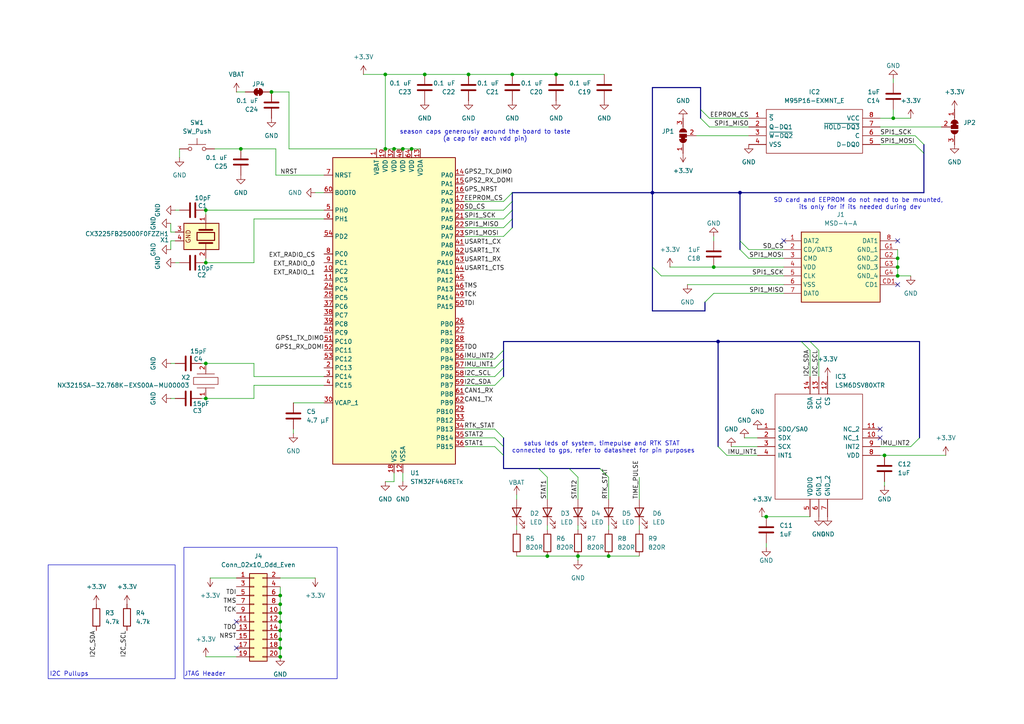
<source format=kicad_sch>
(kicad_sch (version 20250114) (generator "eeschema") (generator_version "9.0")
  (paper "A4")
  (title_block (title "MPU + Onboard Sensors") (rev "1.0") (company "Sheet - Alex. L") (comment 1 "GPS Team 25-26 Annabel Owen, Arthur Braga, Lewis Grout, Alex Loshkarjov"))
  (rectangle (start 53.34 158.75) (end 97.79 196.85))
  (rectangle (start 13.97 163.83) (end 50.8 196.85))
  (text "SD card and EEPROM do not need to be mounted, \nits only for if its needed during dev" (at 249.428 59.182 0) (effects (font (size 1.27 1.27))))
  (text "satus leds of system, timepulse and RTK STAT \nconnected to gps, refer to datasheet for pin purposes" (at 175.006 129.794 0) (effects (font (size 1.27 1.27))))
  (text "season caps generously around the board to taste\n(a cap for each vdd pin)\n" (at 140.716 39.37 0) (effects (font (size 1.27 1.27))))
  (text "JTAG Header\n\n\n" (at 59.436 197.612 0) (effects (font (size 1.27 1.27))))
  (text "I2C Pullups\n" (at 20.066 195.58 0) (effects (font (size 1.27 1.27))))
  (junction (at 78.74 26.67))
  (junction (at 208.28 99.06))
  (junction (at 260.35 74.93))
  (junction (at 167.64 161.29))
  (junction (at 81.28 182.88))
  (junction (at 81.28 177.8))
  (junction (at 59.69 76.2))
  (junction (at 176.53 161.29))
  (junction (at 111.76 21.59))
  (junction (at 158.75 161.29))
  (junction (at 114.3 43.18))
  (junction (at 207.01 77.47))
  (junction (at 260.35 77.47))
  (junction (at 119.38 43.18))
  (junction (at 81.28 180.34))
  (junction (at 111.76 43.18))
  (junction (at 81.28 187.96))
  (junction (at 59.69 60.96))
  (junction (at 259.08 34.29))
  (junction (at 59.69 115.57))
  (junction (at 148.59 21.59))
  (junction (at 116.84 43.18))
  (junction (at 214.63 55.88))
  (junction (at 260.35 80.01))
  (junction (at 59.69 105.41))
  (junction (at 135.89 21.59))
  (junction (at 123.19 21.59))
  (junction (at 222.25 149.86))
  (junction (at 81.28 190.5))
  (junction (at 189.23 55.88))
  (junction (at 256.54 132.08))
  (junction (at 81.28 175.26))
  (junction (at 81.28 172.72))
  (junction (at 69.85 43.18))
  (junction (at 81.28 185.42))
  (junction (at 161.29 21.59))
  (no_connect (at 255.27 124.46))
  (no_connect (at 260.35 82.55))
  (no_connect (at 227.33 69.85))
  (no_connect (at 260.35 69.85))
  (no_connect (at 255.27 127))
  (no_connect (at 68.58 180.34))
  (no_connect (at 68.58 187.96))
  (bus_entry (at 234.95 101.6) (size -2.54 -2.54))
  (bus_entry (at 158.75 138.43) (size -2.54 -2.54))
  (bus_entry (at 143.51 106.68) (size 2.54 -2.54))
  (bus_entry (at 146.05 58.42) (size 2.54 -2.54))
  (bus_entry (at 143.51 109.22) (size 2.54 -2.54))
  (bus_entry (at 191.77 80.01) (size -2.54 -2.54))
  (bus_entry (at 143.51 124.46) (size 2.54 2.54))
  (bus_entry (at 143.51 127) (size 2.54 2.54))
  (bus_entry (at 173.99 135.89) (size 2.54 2.54))
  (bus_entry (at 217.17 74.93) (size -2.54 -2.54))
  (bus_entry (at 217.17 72.39) (size -2.54 -2.54))
  (bus_entry (at 146.05 66.04) (size 2.54 -2.54))
  (bus_entry (at 143.51 104.14) (size 2.54 -2.54))
  (bus_entry (at 203.2 31.75) (size 2.54 2.54))
  (bus_entry (at 203.2 34.29) (size 2.54 2.54))
  (bus_entry (at 207.01 85.09) (size -2.54 2.54))
  (bus_entry (at 265.43 41.91) (size 2.54 2.54))
  (bus_entry (at 167.64 138.43) (size -2.54 -2.54))
  (bus_entry (at 146.05 63.5) (size 2.54 -2.54))
  (bus_entry (at 146.05 60.96) (size 2.54 -2.54))
  (bus_entry (at 237.49 101.6) (size -2.54 -2.54))
  (bus_entry (at 143.51 129.54) (size 2.54 2.54))
  (bus_entry (at 264.16 129.54) (size 2.54 -2.54))
  (bus_entry (at 146.05 68.58) (size 2.54 -2.54))
  (bus_entry (at 210.82 132.08) (size -2.54 -2.54))
  (bus_entry (at 143.51 111.76) (size 2.54 -2.54))
  (bus_entry (at 265.43 39.37) (size 2.54 2.54))
  (bus (pts (xy 189.23 25.4) (xy 189.23 55.88)))
  (wire (pts (xy 78.74 26.67) (xy 83.82 26.67)))
  (wire (pts (xy 256.54 140.97) (xy 256.54 139.7)))
  (bus (pts (xy 234.95 99.06) (xy 232.41 99.06)))
  (wire (pts (xy 73.66 111.76) (xy 73.66 115.57)))
  (wire (pts (xy 134.62 127) (xy 143.51 127)))
  (wire (pts (xy 222.25 158.75) (xy 222.25 157.48)))
  (wire (pts (xy 176.53 153.67) (xy 176.53 152.4)))
  (bus (pts (xy 165.1 135.89) (xy 173.99 135.89)))
  (wire (pts (xy 81.28 180.34) (xy 81.28 182.88)))
  (wire (pts (xy 149.86 161.29) (xy 158.75 161.29)))
  (wire (pts (xy 93.98 109.22) (xy 73.66 109.22)))
  (wire (pts (xy 260.35 72.39) (xy 260.35 74.93)))
  (wire (pts (xy 167.64 162.56) (xy 167.64 161.29)))
  (wire (pts (xy 59.69 190.5) (xy 68.58 190.5)))
  (bus (pts (xy 146.05 132.08) (xy 146.05 135.89)))
  (bus (pts (xy 203.2 34.29) (xy 203.2 31.75)))
  (wire (pts (xy 81.28 187.96) (xy 81.28 190.5)))
  (wire (pts (xy 83.82 26.67) (xy 83.82 43.18)))
  (wire (pts (xy 114.3 43.18) (xy 116.84 43.18)))
  (wire (pts (xy 93.98 63.5) (xy 73.66 63.5)))
  (bus (pts (xy 267.97 41.91) (xy 267.97 44.45)))
  (wire (pts (xy 134.62 109.22) (xy 143.51 109.22)))
  (wire (pts (xy 49.53 67.31) (xy 49.53 64.77)))
  (wire (pts (xy 207.01 68.58) (xy 207.01 69.85)))
  (wire (pts (xy 217.17 72.39) (xy 227.33 72.39)))
  (wire (pts (xy 116.84 139.7) (xy 116.84 137.16)))
  (bus (pts (xy 148.59 55.88) (xy 189.23 55.88)))
  (wire (pts (xy 50.8 60.96) (xy 52.07 60.96)))
  (bus (pts (xy 146.05 129.54) (xy 146.05 132.08)))
  (wire (pts (xy 259.08 31.75) (xy 259.08 34.29)))
  (wire (pts (xy 234.95 101.6) (xy 234.95 109.22)))
  (wire (pts (xy 259.08 34.29) (xy 255.27 34.29)))
  (bus (pts (xy 148.59 66.04) (xy 148.59 63.5)))
  (wire (pts (xy 222.25 149.86) (xy 234.95 149.86)))
  (wire (pts (xy 81.28 175.26) (xy 81.28 177.8)))
  (wire (pts (xy 201.93 39.37) (xy 217.17 39.37)))
  (wire (pts (xy 91.44 55.88) (xy 93.98 55.88)))
  (bus (pts (xy 214.63 69.85) (xy 214.63 72.39)))
  (wire (pts (xy 134.62 66.04) (xy 146.05 66.04)))
  (wire (pts (xy 237.49 101.6) (xy 237.49 109.22)))
  (wire (pts (xy 80.01 43.18) (xy 80.01 50.8)))
  (wire (pts (xy 111.76 21.59) (xy 123.19 21.59)))
  (wire (pts (xy 73.66 115.57) (xy 59.69 115.57)))
  (bus (pts (xy 266.7 99.06) (xy 234.95 99.06)))
  (bus (pts (xy 189.23 55.88) (xy 214.63 55.88)))
  (wire (pts (xy 58.42 115.57) (xy 59.69 115.57)))
  (bus (pts (xy 146.05 99.06) (xy 146.05 101.6)))
  (wire (pts (xy 185.42 153.67) (xy 185.42 152.4)))
  (wire (pts (xy 62.23 43.18) (xy 69.85 43.18)))
  (wire (pts (xy 134.62 68.58) (xy 146.05 68.58)))
  (wire (pts (xy 68.58 26.67) (xy 71.12 26.67)))
  (wire (pts (xy 134.62 111.76) (xy 143.51 111.76)))
  (wire (pts (xy 83.82 43.18) (xy 109.22 43.18)))
  (wire (pts (xy 255.27 36.83) (xy 273.05 36.83)))
  (wire (pts (xy 81.28 170.18) (xy 81.28 172.72)))
  (bus (pts (xy 148.59 60.96) (xy 148.59 58.42)))
  (wire (pts (xy 194.31 77.47) (xy 207.01 77.47)))
  (bus (pts (xy 148.59 63.5) (xy 148.59 60.96)))
  (wire (pts (xy 135.89 21.59) (xy 148.59 21.59)))
  (wire (pts (xy 260.35 80.01) (xy 264.16 80.01)))
  (wire (pts (xy 114.3 139.7) (xy 114.3 137.16)))
  (bus (pts (xy 267.97 44.45) (xy 267.97 55.88)))
  (wire (pts (xy 59.69 74.93) (xy 59.69 76.2)))
  (wire (pts (xy 49.53 67.31) (xy 50.8 67.31)))
  (bus (pts (xy 214.63 55.88) (xy 214.63 69.85)))
  (wire (pts (xy 207.01 85.09) (xy 227.33 85.09)))
  (wire (pts (xy 111.76 139.7) (xy 114.3 139.7)))
  (wire (pts (xy 59.69 60.96) (xy 93.98 60.96)))
  (wire (pts (xy 260.35 77.47) (xy 260.35 80.01)))
  (wire (pts (xy 73.66 105.41) (xy 59.69 105.41)))
  (wire (pts (xy 205.74 36.83) (xy 217.17 36.83)))
  (wire (pts (xy 81.28 167.64) (xy 91.44 167.64)))
  (wire (pts (xy 256.54 132.08) (xy 255.27 132.08)))
  (wire (pts (xy 49.53 105.41) (xy 50.8 105.41)))
  (wire (pts (xy 73.66 76.2) (xy 59.69 76.2)))
  (wire (pts (xy 134.62 124.46) (xy 143.51 124.46)))
  (wire (pts (xy 210.82 132.08) (xy 219.71 132.08)))
  (wire (pts (xy 60.96 167.64) (xy 68.58 167.64)))
  (bus (pts (xy 156.21 135.89) (xy 146.05 135.89)))
  (wire (pts (xy 264.16 34.29) (xy 259.08 34.29)))
  (wire (pts (xy 255.27 39.37) (xy 265.43 39.37)))
  (wire (pts (xy 81.28 177.8) (xy 81.28 180.34)))
  (wire (pts (xy 81.28 185.42) (xy 81.28 187.96)))
  (wire (pts (xy 80.01 50.8) (xy 93.98 50.8)))
  (wire (pts (xy 116.84 43.18) (xy 119.38 43.18)))
  (wire (pts (xy 191.77 80.01) (xy 227.33 80.01)))
  (wire (pts (xy 167.64 138.43) (xy 167.64 144.78)))
  (wire (pts (xy 158.75 138.43) (xy 158.75 144.78)))
  (wire (pts (xy 205.74 34.29) (xy 217.17 34.29)))
  (bus (pts (xy 208.28 99.06) (xy 146.05 99.06)))
  (bus (pts (xy 148.59 58.42) (xy 148.59 55.88)))
  (wire (pts (xy 176.53 161.29) (xy 185.42 161.29)))
  (wire (pts (xy 207.01 77.47) (xy 227.33 77.47)))
  (bus (pts (xy 165.1 135.89) (xy 156.21 135.89)))
  (wire (pts (xy 85.09 124.46) (xy 85.09 125.73)))
  (wire (pts (xy 134.62 58.42) (xy 146.05 58.42)))
  (bus (pts (xy 189.23 77.47) (xy 189.23 90.17)))
  (wire (pts (xy 134.62 60.96) (xy 146.05 60.96)))
  (wire (pts (xy 212.09 129.54) (xy 219.71 129.54)))
  (bus (pts (xy 266.7 99.06) (xy 266.7 127)))
  (wire (pts (xy 85.09 116.84) (xy 93.98 116.84)))
  (bus (pts (xy 189.23 55.88) (xy 189.23 77.47)))
  (bus (pts (xy 232.41 99.06) (xy 208.28 99.06)))
  (wire (pts (xy 158.75 161.29) (xy 167.64 161.29)))
  (wire (pts (xy 50.8 76.2) (xy 52.07 76.2)))
  (wire (pts (xy 149.86 153.67) (xy 149.86 152.4)))
  (wire (pts (xy 73.66 63.5) (xy 73.66 76.2)))
  (wire (pts (xy 158.75 153.67) (xy 158.75 152.4)))
  (wire (pts (xy 215.9 127) (xy 219.71 127)))
  (bus (pts (xy 214.63 55.88) (xy 267.97 55.88)))
  (wire (pts (xy 134.62 104.14) (xy 143.51 104.14)))
  (wire (pts (xy 255.27 129.54) (xy 264.16 129.54)))
  (wire (pts (xy 149.86 143.51) (xy 149.86 144.78)))
  (wire (pts (xy 167.64 161.29) (xy 176.53 161.29)))
  (wire (pts (xy 105.41 21.59) (xy 111.76 21.59)))
  (wire (pts (xy 119.38 43.18) (xy 121.92 43.18)))
  (wire (pts (xy 49.53 72.39) (xy 49.53 69.85)))
  (bus (pts (xy 146.05 106.68) (xy 146.05 109.22)))
  (wire (pts (xy 167.64 153.67) (xy 167.64 152.4)))
  (bus (pts (xy 204.47 87.63) (xy 204.47 90.17)))
  (bus (pts (xy 146.05 104.14) (xy 146.05 106.68)))
  (wire (pts (xy 134.62 129.54) (xy 143.51 129.54)))
  (wire (pts (xy 134.62 63.5) (xy 146.05 63.5)))
  (wire (pts (xy 123.19 21.59) (xy 135.89 21.59)))
  (wire (pts (xy 185.42 138.43) (xy 185.42 144.78)))
  (bus (pts (xy 189.23 90.17) (xy 204.47 90.17)))
  (wire (pts (xy 148.59 21.59) (xy 161.29 21.59)))
  (wire (pts (xy 58.42 105.41) (xy 59.69 105.41)))
  (wire (pts (xy 259.08 22.86) (xy 259.08 24.13)))
  (wire (pts (xy 49.53 115.57) (xy 50.8 115.57)))
  (wire (pts (xy 49.53 69.85) (xy 50.8 69.85)))
  (wire (pts (xy 73.66 109.22) (xy 73.66 105.41)))
  (bus (pts (xy 146.05 127) (xy 146.05 129.54)))
  (wire (pts (xy 93.98 111.76) (xy 73.66 111.76)))
  (wire (pts (xy 111.76 21.59) (xy 111.76 43.18)))
  (bus (pts (xy 146.05 101.6) (xy 146.05 104.14)))
  (wire (pts (xy 161.29 21.59) (xy 175.26 21.59)))
  (wire (pts (xy 176.53 138.43) (xy 176.53 144.78)))
  (wire (pts (xy 274.32 132.08) (xy 256.54 132.08)))
  (bus (pts (xy 203.2 25.4) (xy 189.23 25.4)))
  (wire (pts (xy 199.39 82.55) (xy 227.33 82.55)))
  (wire (pts (xy 81.28 172.72) (xy 81.28 175.26)))
  (wire (pts (xy 255.27 41.91) (xy 265.43 41.91)))
  (wire (pts (xy 260.35 74.93) (xy 260.35 77.47)))
  (wire (pts (xy 52.07 45.72) (xy 52.07 43.18)))
  (bus (pts (xy 203.2 31.75) (xy 203.2 25.4)))
  (wire (pts (xy 134.62 106.68) (xy 143.51 106.68)))
  (wire (pts (xy 217.17 74.93) (xy 227.33 74.93)))
  (wire (pts (xy 220.98 149.86) (xy 222.25 149.86)))
  (wire (pts (xy 69.85 43.18) (xy 80.01 43.18)))
  (bus (pts (xy 208.28 99.06) (xy 208.28 129.54)))
  (wire (pts (xy 59.69 60.96) (xy 59.69 62.23)))
  (wire (pts (xy 81.28 182.88) (xy 81.28 185.42)))
  (wire (pts (xy 111.76 43.18) (xy 114.3 43.18)))
  (label "NRST" (at 68.58 185.42 180))
  (label "STAT2" (at 134.62 127 0))
  (label "EEPROM_CS" (at 217.17 34.29 180))
  (label "SPI1_MOSI" (at 134.62 68.58 0))
  (label "TMS" (at 68.58 175.26 180))
  (label "USART1_TX" (at 134.62 73.66 0))
  (label "RTK_STAT" (at 134.62 124.46 0))
  (label "SPI1_MISO" (at 134.62 66.04 0))
  (label "I2C_SDA" (at 134.62 111.76 0))
  (label "GPS1_TX_DIMO" (at 93.98 99.06 180))
  (label "USART1_CTS" (at 134.62 78.74 0))
  (label "NRST" (at 81.28 50.8 0))
  (label "TCK" (at 134.62 86.36 0))
  (label "SPI1_MISO" (at 217.17 36.83 180))
  (label "IMU_INT1" (at 219.71 132.08 180))
  (label "EXT_RADIO_1" (at 91.44 80.01 180))
  (label "SPI1_MISO" (at 227.33 85.09 180))
  (label "I2C_SCL" (at 237.49 109.22 90))
  (label "USART1_CX" (at 134.62 71.12 0))
  (label "TCK" (at 68.58 177.8 180))
  (label "USART1_RX" (at 134.62 76.2 0))
  (label "SPI1_MOSI" (at 227.33 74.93 180))
  (label "GPS2_TX_DIMO" (at 134.62 50.8 0))
  (label "SPI1_SCK" (at 134.62 63.5 0))
  (label "EEPROM_CS" (at 134.62 58.42 0))
  (label "IMU_INT2" (at 134.62 104.14 0))
  (label "I2C_SCL" (at 36.83 182.88 270))
  (label "CAN1_TX" (at 134.62 116.84 0))
  (label "STAT1" (at 158.75 144.78 90))
  (label "I2C_SDA" (at 234.95 109.22 90))
  (label "TDO" (at 134.62 101.6 0))
  (label "SPI1_MOSI" (at 255.27 41.91 0))
  (label "GPS1_RX_DOMI" (at 93.98 101.6 180))
  (label "TDI" (at 134.62 88.9 0))
  (label "I2C_SDA" (at 27.94 182.88 270))
  (label "STAT1" (at 134.62 129.54 0))
  (label "TMS" (at 134.62 83.82 0))
  (label "STAT2" (at 167.64 144.78 90))
  (label "I2C_SCL" (at 134.62 109.22 0))
  (label "TDI" (at 68.58 172.72 180))
  (label "RTK_STAT" (at 176.53 144.78 90))
  (label "EXT_RADIO_CS" (at 91.44 74.93 180))
  (label "IMU_INT2" (at 255.27 129.54 0))
  (label "TIME_PULSE" (at 185.42 144.78 90))
  (label "SD_CS" (at 227.33 72.39 180))
  (label "SPI1_SCK" (at 255.27 39.37 0))
  (label "TDO" (at 68.58 182.88 180))
  (label "GPS2_RX_DOMI" (at 134.62 53.34 0))
  (label "GPS_NRST" (at 134.62 55.88 0))
  (label "EXT_RADIO_0" (at 91.44 77.47 180))
  (label "IMU_INT1" (at 134.62 106.68 0))
  (label "SD_CS" (at 134.62 60.96 0))
  (label "SPI1_SCK" (at 227.33 80.01 180))
  (label "CAN1_RX" (at 134.62 114.3 0))
  (symbol (lib_id "PCM_Capacitor_US_AKL:C_Generic") (at 54.61 115.57 270) (unit 1)
    (property "Reference" "C3" (at 55.88 119.126 90) (effects (justify left)))
    (property "Value" "15pF" (at 55.88 117.094 90) (effects (justify left)))
    (property "Footprint" "Capacitor_SMD:C_0805_2012Metric" (effects (hide yes)))
    (property "Description" "Unpolarized capacitor, Generic Symbol, Alternate KiCad Library" (effects (hide yes)))
  )
  (symbol (lib_id "power:+3.3V") (at 194.31 77.47 0) (unit 1)
    (property "Reference" "#PWR053" (effects (hide yes)))
    (property "Value" "+3.3V" (at 194.31 72.39 0))
    (property "Description" "Power symbol creates a global label with name \"+3.3V\"" (effects (hide yes)))
  )
  (symbol (lib_id "power:GND") (at 264.16 80.01 0) (unit 1)
    (property "Reference" "#PWR051" (effects (hide yes)))
    (property "Value" "GND" (at 264.16 85.09 0))
    (property "Description" "Power symbol creates a global label with name \"GND\" , ground" (effects (hide yes)))
  )
  (symbol (lib_id "Device:R") (at 27.94 179.07 180) (unit 1)
    (property "Reference" "R3" (at 30.48 177.7999 0) (effects (justify right)))
    (property "Value" "4.7k" (at 30.48 180.3399 0) (effects (justify right)))
    (property "Footprint" "PCM_Resistor_SMD_AKL:R_0805_2012Metric" (effects (hide yes)))
    (property "Description" "Resistor" (effects (hide yes)))
  )
  (symbol (lib_id "power:GND") (at 81.28 190.5 0) (unit 1)
    (property "Reference" "#PWR079" (effects (hide yes)))
    (property "Value" "GND" (at 81.28 195.58 0))
    (property "Description" "Power symbol creates a global label with name \"GND\" , ground" (effects (hide yes)))
  )
  (symbol (lib_id "Device:LED") (at 158.75 148.59 90) (unit 1)
    (property "Reference" "D3" (at 162.56 148.9074 90) (effects (justify right)))
    (property "Value" "LED" (at 162.56 151.4474 90) (effects (justify right)))
    (property "Footprint" "LED_SMD:LED_0201_0603Metric" (effects (hide yes)))
    (property "Description" "Light emitting diode" (effects (hide yes)))
    (property "Sim.Pins" "1=K 2=A" (effects (hide yes)))
  )
  (symbol (lib_id "power:GND") (at 161.29 29.21 0) (unit 1)
    (property "Reference" "#PWR058" (effects (hide yes)))
    (property "Value" "GND" (at 161.29 34.29 0))
    (property "Description" "Power symbol creates a global label with name \"GND\" , ground" (effects (hide yes)))
  )
  (symbol (lib_id "power:GND") (at 91.44 55.88 270) (unit 1)
    (property "Reference" "#PWR066" (effects (hide yes)))
    (property "Value" "GND" (at 87.63 55.8799 90) (effects (justify right)))
    (property "Description" "Power symbol creates a global label with name \"GND\" , ground" (effects (hide yes)))
  )
  (symbol (lib_id "power:+3.3V") (at 276.86 31.75 0) (unit 1)
    (property "Reference" "#PWR024" (effects (hide yes)))
    (property "Value" "+3.3V" (at 276.86 26.67 0))
    (property "Description" "Power symbol creates a global label with name \"+3.3V\"" (effects (hide yes)))
  )
  (symbol (lib_id "PCM_Capacitor_US_AKL:C_Generic") (at 148.59 25.4 180) (unit 1)
    (property "Reference" "C21" (at 144.78 26.6701 0) (effects (justify left)))
    (property "Value" "0.1 uF" (at 144.78 24.1301 0) (effects (justify left)))
    (property "Footprint" "Capacitor_SMD:C_0805_2012Metric" (effects (hide yes)))
    (property "Description" "Unpolarized capacitor, Generic Symbol, Alternate KiCad Library" (effects (hide yes)))
  )
  (symbol (lib_id "power:+3.3V") (at 59.69 190.5 0) (unit 1)
    (property "Reference" "#PWR080" (effects (hide yes)))
    (property "Value" "+3.3V" (at 59.69 185.42 0))
    (property "Description" "Power symbol creates a global label with name \"+3.3V\"" (effects (hide yes)))
  )
  (symbol (lib_id "power:GND") (at 69.85 50.8 0) (unit 1)
    (property "Reference" "#PWR072" (effects (hide yes)))
    (property "Value" "GND" (at 69.85 55.88 0))
    (property "Description" "Power symbol creates a global label with name \"GND\" , ground" (effects (hide yes)))
  )
  (symbol (lib_id "PCM_Capacitor_US_AKL:C_Generic") (at 78.74 30.48 180) (unit 1)
    (property "Reference" "C24" (at 74.93 31.7501 0) (effects (justify left)))
    (property "Value" "0.1 uF" (at 74.93 29.2101 0) (effects (justify left)))
    (property "Footprint" "Capacitor_SMD:C_0805_2012Metric" (effects (hide yes)))
    (property "Description" "Unpolarized capacitor, Generic Symbol, Alternate KiCad Library" (effects (hide yes)))
  )
  (symbol (lib_id "power:GND") (at 259.08 22.86 180) (unit 1)
    (property "Reference" "#PWR044" (effects (hide yes)))
    (property "Value" "GND" (at 259.08 19.05 0))
    (property "Description" "Power symbol creates a global label with name \"GND\" , ground" (effects (hide yes)))
  )
  (symbol (lib_id "M95P16-EXMNT_E:M95P16-EXMNT_E") (at 217.17 34.29 0) (unit 1)
    (property "Reference" "IC2" (at 236.22 26.67 0))
    (property "Value" "M95P16-EXMNT_E" (at 236.22 29.21 0))
    (property "Footprint" "Sufst_GPS:SOIC127P600X175-8N" (effects (hide yes)))
    (property "Datasheet" "https://www.st.com/resource/en/datasheet/m95p16-e.pdf" (effects (hide yes)))
    (property "Description" "Ultra low-power 16 Mbit Serial SPI Page EEPROM" (effects (hide yes)))
    (property "Description_1" "Ultra low-power 16 Mbit Serial SPI Page EEPROM" (effects (hide yes)))
    (property "Height" "1.75" (effects (hide yes)))
    (property "Mouser Part Number" "511-M95P16-EXMNT/E" (effects (hide yes)))
    (property "Mouser Price/Stock" "https://www.mouser.co.uk/ProductDetail/STMicroelectronics/M95P16-EXMNT-E?qs=olJun0bQHM8xM0FLMnUgSg%3D%3D" (effects (hide yes)))
    (property "Manufacturer_Name" "STMicroelectronics" (effects (hide yes)))
    (property "Manufacturer_Part_Number" "M95P16-EXMNT/E" (effects (hide yes)))
  )
  (symbol (lib_id "power:GND") (at 167.64 162.56 0) (unit 1)
    (property "Reference" "#PWR073" (effects (hide yes)))
    (property "Value" "GND" (at 167.64 167.64 0))
    (property "Description" "Power symbol creates a global label with name \"GND\" , ground" (effects (hide yes)))
  )
  (symbol (lib_id "power:GND") (at 135.89 29.21 0) (unit 1)
    (property "Reference" "#PWR060" (effects (hide yes)))
    (property "Value" "GND" (at 135.89 34.29 0))
    (property "Description" "Power symbol creates a global label with name \"GND\" , ground" (effects (hide yes)))
  )
  (symbol (lib_id "Device:R") (at 36.83 179.07 180) (unit 1)
    (property "Reference" "R4" (at 39.37 177.7999 0) (effects (justify right)))
    (property "Value" "4.7k" (at 39.37 180.3399 0) (effects (justify right)))
    (property "Footprint" "PCM_Resistor_SMD_AKL:R_0805_2012Metric" (effects (hide yes)))
    (property "Description" "Resistor" (effects (hide yes)))
  )
  (symbol (lib_id "power:+3.3V") (at 91.44 167.64 180) (unit 1)
    (property "Reference" "#PWR078" (effects (hide yes)))
    (property "Value" "+3.3V" (at 91.44 172.72 0))
    (property "Description" "Power symbol creates a global label with name \"+3.3V\"" (effects (hide yes)))
  )
  (symbol (lib_id "power:GND") (at 217.17 41.91 0) (unit 1)
    (property "Reference" "#PWR028" (effects (hide yes)))
    (property "Value" "GND" (at 217.17 46.99 0))
    (property "Description" "Power symbol creates a global label with name \"GND\" , ground" (effects (hide yes)))
  )
  (symbol (lib_id "PCM_Capacitor_US_AKL:C_Generic") (at 69.85 46.99 180) (unit 1)
    (property "Reference" "C25" (at 66.04 48.2601 0) (effects (justify left)))
    (property "Value" "0.1 uF" (at 66.04 45.7201 0) (effects (justify left)))
    (property "Footprint" "Capacitor_SMD:C_0805_2012Metric" (effects (hide yes)))
    (property "Description" "Unpolarized capacitor, Generic Symbol, Alternate KiCad Library" (effects (hide yes)))
  )
  (symbol (lib_id "power:GND") (at 237.49 149.86 0) (unit 1)
    (property "Reference" "#PWR033" (effects (hide yes)))
    (property "Value" "GND" (at 237.49 154.94 0))
    (property "Description" "Power symbol creates a global label with name \"GND\" , ground" (effects (hide yes)))
  )
  (symbol (lib_id "power:+3.3V") (at 264.16 34.29 0) (unit 1)
    (property "Reference" "#PWR023" (effects (hide yes)))
    (property "Value" "+3.3V" (at 264.16 29.21 0))
    (property "Description" "Power symbol creates a global label with name \"+3.3V\"" (effects (hide yes)))
  )
  (symbol (lib_id "power:GND") (at 50.8 76.2 270) (unit 1)
    (property "Reference" "#PWR05" (effects (hide yes)))
    (property "Value" "GND" (at 45.72 76.2 0))
    (property "Description" "Power symbol creates a global label with name \"GND\" , ground" (effects (hide yes)))
  )
  (symbol (lib_id "NX3215SA-32.768K-EXS00A-MU0000:NX3215SA-32.768K-EXS00A-MU00003") (at 59.69 115.57 90) (unit 1)
    (property "Reference" "X2" (at 52.578 109.474 90) (effects (justify right)))
    (property "Value" "NX3215SA-32.768K-EXS00A-MU00003" (at 16.51 111.76 90) (effects (justify right)))
    (property "Footprint" "Sufst_GPS:NX3215SA32768KEXS00AMU00003" (effects (hide yes)))
    (property "Datasheet" "https://media.digikey.com/pdf/Data%20Sheets/NDK%20PDFs/NX3215SA-32.768kHz-EXS00A-MU00003.pdf" (effects (hide yes)))
    (property "Description" "Crystals CRYSTAL 32.768KHZ 12.5PF SMD" (effects (hide yes)))
    (property "Description_1" "Crystals CRYSTAL 32.768KHZ 12.5PF SMD" (effects (hide yes)))
    (property "Height" "0.9" (effects (hide yes)))
    (property "Mouser Part Number" "344-NX3215SA32.768K3" (effects (hide yes)))
    (property "Mouser Price/Stock" "https://www.mouser.co.uk/ProductDetail/NDK/NX3215SA-32.768K-EXS00A-MU00003?qs=w%2Fv1CP2dgqrE9YNksyAN9A%3D%3D" (effects (hide yes)))
    (property "Manufacturer_Name" "NDK" (effects (hide yes)))
    (property "Manufacturer_Part_Number" "NX3215SA-32.768K-EXS00A-MU00003" (effects (hide yes)))
  )
  (symbol (lib_id "power:VAA") (at 68.58 26.67 0) (unit 1)
    (property "Reference" "#PWR069" (effects (hide yes)))
    (property "Value" "VBAT" (at 68.58 21.59 0))
    (property "Description" "Power symbol creates a global label with name \"VAA\"" (effects (hide yes)))
  )
  (symbol (lib_id "Jumper:SolderJumper_3_Bridged12") (at 198.12 39.37 90) (unit 1) (in_bom no)
    (property "Reference" "JP1" (at 195.58 38.0999 90) (effects (justify left)))
    (property "Value" "SolderJumper_3_Bridged12" (effects (hide yes)))
    (property "Footprint" "Jumper:SolderJumper-3_P1.3mm_Bridged12_RoundedPad1.0x1.5mm" (effects (hide yes)))
    (property "Description" "3-pole Solder Jumper, pins 1+2 closed/bridged" (effects (hide yes)))
  )
  (symbol (lib_id "power:GND") (at 175.26 29.21 0) (unit 1)
    (property "Reference" "#PWR057" (effects (hide yes)))
    (property "Value" "GND" (at 175.26 34.29 0))
    (property "Description" "Power symbol creates a global label with name \"GND\" , ground" (effects (hide yes)))
  )
  (symbol (lib_id "Jumper:SolderJumper_3_Bridged12") (at 276.86 36.83 270) (unit 1) (in_bom no)
    (property "Reference" "JP2" (at 279.4 35.5599 90) (effects (justify left)))
    (property "Value" "SolderJumper_3_Bridged12" (effects (hide yes)))
    (property "Footprint" "Jumper:SolderJumper-3_P1.3mm_Bridged12_RoundedPad1.0x1.5mm" (effects (hide yes)))
    (property "Description" "3-pole Solder Jumper, pins 1+2 closed/bridged" (effects (hide yes)))
  )
  (symbol (lib_id "power:+3.3V") (at 27.94 175.26 0) (unit 1)
    (property "Reference" "#PWR055" (effects (hide yes)))
    (property "Value" "+3.3V" (at 27.94 170.18 0))
    (property "Description" "Power symbol creates a global label with name \"+3.3V\"" (effects (hide yes)))
  )
  (symbol (lib_id "power:GND") (at 207.01 68.58 180) (unit 1)
    (property "Reference" "#PWR054" (effects (hide yes)))
    (property "Value" "GND" (at 207.01 64.77 0))
    (property "Description" "Power symbol creates a global label with name \"GND\" , ground" (effects (hide yes)))
  )
  (symbol (lib_id "power:+3.3V") (at 105.41 21.59 0) (unit 1)
    (property "Reference" "#PWR065" (effects (hide yes)))
    (property "Value" "+3.3V" (at 105.41 16.51 0))
    (property "Description" "Power symbol creates a global label with name \"+3.3V\"" (effects (hide yes)))
  )
  (symbol (lib_id "PCM_Capacitor_US_AKL:C_Generic") (at 222.25 153.67 0) (unit 1)
    (property "Reference" "C11" (at 226.06 152.3999 0) (effects (justify left)))
    (property "Value" "1uF" (at 226.06 154.9399 0) (effects (justify left)))
    (property "Footprint" "Capacitor_SMD:C_0805_2012Metric" (effects (hide yes)))
    (property "Description" "Unpolarized capacitor, Generic Symbol, Alternate KiCad Library" (effects (hide yes)))
  )
  (symbol (lib_id "Device:LED") (at 167.64 148.59 90) (unit 1)
    (property "Reference" "D4" (at 171.45 148.9074 90) (effects (justify right)))
    (property "Value" "LED" (at 171.45 151.4474 90) (effects (justify right)))
    (property "Footprint" "LED_SMD:LED_0201_0603Metric" (effects (hide yes)))
    (property "Description" "Light emitting diode" (effects (hide yes)))
    (property "Sim.Pins" "1=K 2=A" (effects (hide yes)))
  )
  (symbol (lib_id "MCU_ST_STM32F4:STM32F446RETx") (at 114.3 91.44 0) (unit 1)
    (property "Reference" "U1" (at 118.9833 137.16 0) (effects (justify left)))
    (property "Value" "STM32F446RETx" (at 118.9833 139.7 0) (effects (justify left)))
    (property "Footprint" "Package_QFP:LQFP-64_10x10mm_P0.5mm" (effects (hide yes)))
    (property "Datasheet" "https://www.st.com/resource/en/datasheet/stm32f446re.pdf" (effects (hide yes)))
    (property "Description" "STMicroelectronics Arm Cortex-M4 MCU, 512KB flash, 128KB RAM, 180 MHz, 1.8-3.6V, 50 GPIO, LQFP64" (effects (hide yes)))
  )
  (symbol (lib_id "Device:LED") (at 185.42 148.59 90) (unit 1)
    (property "Reference" "D6" (at 189.23 148.9074 90) (effects (justify right)))
    (property "Value" "LED" (at 189.23 151.4474 90) (effects (justify right)))
    (property "Footprint" "LED_SMD:LED_0201_0603Metric" (effects (hide yes)))
    (property "Description" "Light emitting diode" (effects (hide yes)))
    (property "Sim.Pins" "1=K 2=A" (effects (hide yes)))
  )
  (symbol (lib_id "power:+3.3V") (at 60.96 167.64 180) (unit 1)
    (property "Reference" "#PWR077" (effects (hide yes)))
    (property "Value" "+3.3V" (at 60.96 172.72 0))
    (property "Description" "Power symbol creates a global label with name \"+3.3V\"" (effects (hide yes)))
  )
  (symbol (lib_id "power:GND") (at 212.09 129.54 180) (unit 1)
    (property "Reference" "#PWR038" (effects (hide yes)))
    (property "Value" "GND" (at 212.09 124.46 0))
    (property "Description" "Power symbol creates a global label with name \"GND\" , ground" (effects (hide yes)))
  )
  (symbol (lib_id "power:+3.3V") (at 36.83 175.26 0) (unit 1)
    (property "Reference" "#PWR056" (effects (hide yes)))
    (property "Value" "+3.3V" (at 36.83 170.18 0))
    (property "Description" "Power symbol creates a global label with name \"+3.3V\"" (effects (hide yes)))
  )
  (symbol (lib_id "power:GND") (at 240.03 149.86 0) (unit 1)
    (property "Reference" "#PWR034" (effects (hide yes)))
    (property "Value" "GND" (at 240.03 154.94 0))
    (property "Description" "Power symbol creates a global label with name \"GND\" , ground" (effects (hide yes)))
  )
  (symbol (lib_id "PCM_Capacitor_US_AKL:C_Generic") (at 161.29 25.4 180) (unit 1)
    (property "Reference" "C20" (at 157.48 26.6701 0) (effects (justify left)))
    (property "Value" "0.1 uF" (at 157.48 24.1301 0) (effects (justify left)))
    (property "Footprint" "Capacitor_SMD:C_0805_2012Metric" (effects (hide yes)))
    (property "Description" "Unpolarized capacitor, Generic Symbol, Alternate KiCad Library" (effects (hide yes)))
  )
  (symbol (lib_id "power:GND") (at 123.19 29.21 0) (unit 1)
    (property "Reference" "#PWR061" (effects (hide yes)))
    (property "Value" "GND" (at 123.19 34.29 0))
    (property "Description" "Power symbol creates a global label with name \"GND\" , ground" (effects (hide yes)))
  )
  (symbol (lib_id "power:GND") (at 50.8 60.96 270) (unit 1)
    (property "Reference" "#PWR06" (effects (hide yes)))
    (property "Value" "GND" (at 45.72 60.96 0))
    (property "Description" "Power symbol creates a global label with name \"GND\" , ground" (effects (hide yes)))
  )
  (symbol (lib_id "PCM_Capacitor_US_AKL:C_Generic") (at 55.88 76.2 270) (unit 1)
    (property "Reference" "C2" (at 57.15 79.756 90) (effects (justify left)))
    (property "Value" "10pF" (at 57.15 77.724 90) (effects (justify left)))
    (property "Footprint" "Capacitor_SMD:C_0805_2012Metric" (effects (hide yes)))
    (property "Description" "Unpolarized capacitor, Generic Symbol, Alternate KiCad Library" (effects (hide yes)))
  )
  (symbol (lib_id "power:GND") (at 222.25 158.75 0) (unit 1)
    (property "Reference" "#PWR041" (effects (hide yes)))
    (property "Value" "GND" (at 222.25 162.56 0))
    (property "Description" "Power symbol creates a global label with name \"GND\" , ground" (effects (hide yes)))
  )
  (symbol (lib_id "Device:R") (at 185.42 157.48 180) (unit 1)
    (property "Reference" "R9" (at 187.96 156.2099 0) (effects (justify right)))
    (property "Value" "820R" (at 187.96 158.7499 0) (effects (justify right)))
    (property "Footprint" "PCM_Resistor_SMD_AKL:R_0805_2012Metric" (effects (hide yes)))
    (property "Description" "Resistor" (effects (hide yes)))
  )
  (symbol (lib_id "PCM_Capacitor_US_AKL:C_Generic") (at 123.19 25.4 180) (unit 1)
    (property "Reference" "C23" (at 119.38 26.6701 0) (effects (justify left)))
    (property "Value" "0.1 uF" (at 119.38 24.1301 0) (effects (justify left)))
    (property "Footprint" "Capacitor_SMD:C_0805_2012Metric" (effects (hide yes)))
    (property "Description" "Unpolarized capacitor, Generic Symbol, Alternate KiCad Library" (effects (hide yes)))
  )
  (symbol (lib_id "PCM_Capacitor_US_AKL:C_Generic") (at 135.89 25.4 180) (unit 1)
    (property "Reference" "C22" (at 132.08 26.6701 0) (effects (justify left)))
    (property "Value" "0.1 uF" (at 132.08 24.1301 0) (effects (justify left)))
    (property "Footprint" "Capacitor_SMD:C_0805_2012Metric" (effects (hide yes)))
    (property "Description" "Unpolarized capacitor, Generic Symbol, Alternate KiCad Library" (effects (hide yes)))
  )
  (symbol (lib_id "power:GND") (at 85.09 125.73 0) (unit 1)
    (property "Reference" "#PWR09" (effects (hide yes)))
    (property "Value" "GND" (at 85.09 130.81 0))
    (property "Description" "Power symbol creates a global label with name \"GND\" , ground" (effects (hide yes)))
  )
  (symbol (lib_id "power:GND") (at 215.9 127 180) (unit 1)
    (property "Reference" "#PWR037" (effects (hide yes)))
    (property "Value" "GND" (at 215.9 121.92 0))
    (property "Description" "Power symbol creates a global label with name \"GND\" , ground" (effects (hide yes)))
  )
  (symbol (lib_id "power:GND") (at 256.54 140.97 0) (unit 1)
    (property "Reference" "#PWR042" (effects (hide yes)))
    (property "Value" "GND" (at 256.54 144.78 0))
    (property "Description" "Power symbol creates a global label with name \"GND\" , ground" (effects (hide yes)))
  )
  (symbol (lib_id "MSD-4-A:MSD-4-A") (at 227.33 69.85 0) (unit 1)
    (property "Reference" "J1" (at 243.84 62.23 0))
    (property "Value" "MSD-4-A" (at 243.84 64.77 0))
    (property "Footprint" "Sufst_GPS:MSD4A" (effects (hide yes)))
    (property "Datasheet" "https://www.sameskydevices.com/product/resource/msd-4-a.pdf" (effects (hide yes)))
    (property "Description" "Micro SD Card Connector, 9 Positions, Connector and Ejector, Push In, Auto Eject Out, Surface Mount, 1.8 mm Height Above Board, Gold Flash" (effects (hide yes)))
    (property "Height" "2" (effects (hide yes)))
    (property "Mouser Part Number" "179-MSD-4-A" (effects (hide yes)))
    (property "Mouser Price/Stock" "https://www.mouser.co.uk/ProductDetail/Same-Sky/MSD-4-A?qs=Z%252BL2brAPG1Jll%252BQTi%252Btupg%3D%3D" (effects (hide yes)))
    (property "Manufacturer_Name" "Same Sky" (effects (hide yes)))
    (property "Manufacturer_Part_Number" "MSD-4-A" (effects (hide yes)))
  )
  (symbol (lib_id "power:GND") (at 148.59 29.21 0) (unit 1)
    (property "Reference" "#PWR059" (effects (hide yes)))
    (property "Value" "GND" (at 148.59 34.29 0))
    (property "Description" "Power symbol creates a global label with name \"GND\" , ground" (effects (hide yes)))
  )
  (symbol (lib_id "Device:LED") (at 149.86 148.59 90) (unit 1)
    (property "Reference" "D2" (at 153.67 148.9074 90) (effects (justify right)))
    (property "Value" "LED" (at 153.67 151.4474 90) (effects (justify right)))
    (property "Footprint" "LED_SMD:LED_0201_0603Metric" (effects (hide yes)))
    (property "Description" "Light emitting diode" (effects (hide yes)))
    (property "Sim.Pins" "1=K 2=A" (effects (hide yes)))
  )
  (symbol (lib_id "PCM_Capacitor_US_AKL:C_Generic") (at 256.54 135.89 0) (unit 1)
    (property "Reference" "C12" (at 260.35 134.6199 0) (effects (justify left)))
    (property "Value" "1uF" (at 260.35 137.1599 0) (effects (justify left)))
    (property "Footprint" "Capacitor_SMD:C_0805_2012Metric" (effects (hide yes)))
    (property "Description" "Unpolarized capacitor, Generic Symbol, Alternate KiCad Library" (effects (hide yes)))
  )
  (symbol (lib_id "power:+3.3V") (at 240.03 109.22 0) (unit 1)
    (property "Reference" "#PWR039" (effects (hide yes)))
    (property "Value" "+3.3V" (at 240.03 104.14 0))
    (property "Description" "Power symbol creates a global label with name \"+3.3V\"" (effects (hide yes)))
  )
  (symbol (lib_id "power:GND") (at 52.07 45.72 0) (unit 1)
    (property "Reference" "#PWR071" (effects (hide yes)))
    (property "Value" "GND" (at 52.07 50.8 0))
    (property "Description" "Power symbol creates a global label with name \"GND\" , ground" (effects (hide yes)))
  )
  (symbol (lib_id "Device:R") (at 149.86 157.48 180) (unit 1)
    (property "Reference" "R5" (at 152.4 156.2099 0) (effects (justify right)))
    (property "Value" "820R" (at 152.4 158.7499 0) (effects (justify right)))
    (property "Footprint" "PCM_Resistor_SMD_AKL:R_0805_2012Metric" (effects (hide yes)))
    (property "Description" "Resistor" (effects (hide yes)))
  )
  (symbol (lib_id "Device:R") (at 167.64 157.48 180) (unit 1)
    (property "Reference" "R7" (at 170.18 156.2099 0) (effects (justify right)))
    (property "Value" "820R" (at 170.18 158.7499 0) (effects (justify right)))
    (property "Footprint" "PCM_Resistor_SMD_AKL:R_0805_2012Metric" (effects (hide yes)))
    (property "Description" "Resistor" (effects (hide yes)))
  )
  (symbol (lib_id "PCM_Capacitor_US_AKL:C_Generic") (at 55.88 60.96 270) (unit 1)
    (property "Reference" "C1" (at 57.404 59.69 90) (effects (justify left)))
    (property "Value" "10pF" (at 56.388 57.404 90) (effects (justify left)))
    (property "Footprint" "Capacitor_SMD:C_0805_2012Metric" (effects (hide yes)))
    (property "Description" "Unpolarized capacitor, Generic Symbol, Alternate KiCad Library" (effects (hide yes)))
  )
  (symbol (lib_id "PCM_Capacitor_US_AKL:C_Generic") (at 207.01 73.66 180) (unit 1)
    (property "Reference" "C18" (at 203.2 74.9301 0) (effects (justify left)))
    (property "Value" "1uF" (at 203.2 72.3901 0) (effects (justify left)))
    (property "Footprint" "Capacitor_SMD:C_0805_2012Metric" (effects (hide yes)))
    (property "Description" "Unpolarized capacitor, Generic Symbol, Alternate KiCad Library" (effects (hide yes)))
  )
  (symbol (lib_id "power:GND") (at 49.53 72.39 270) (unit 1)
    (property "Reference" "#PWR02" (effects (hide yes)))
    (property "Value" "GND" (at 44.45 72.39 0))
    (property "Description" "Power symbol creates a global label with name \"GND\" , ground" (effects (hide yes)))
  )
  (symbol (lib_id "power:+3.3V") (at 198.12 44.45 180) (unit 1)
    (property "Reference" "#PWR025" (effects (hide yes)))
    (property "Value" "+3.3V" (at 198.12 49.53 0))
    (property "Description" "Power symbol creates a global label with name \"+3.3V\"" (effects (hide yes)))
  )
  (symbol (lib_id "power:VAA") (at 149.86 143.51 0) (unit 1)
    (property "Reference" "#PWR074" (effects (hide yes)))
    (property "Value" "VBAT" (at 149.86 139.954 0))
    (property "Description" "Power symbol creates a global label with name \"VAA\"" (effects (hide yes)))
  )
  (symbol (lib_id "power:GND") (at 219.71 124.46 180) (unit 1)
    (property "Reference" "#PWR040" (effects (hide yes)))
    (property "Value" "GND" (at 219.71 119.38 0))
    (property "Description" "Power symbol creates a global label with name \"GND\" , ground" (effects (hide yes)))
  )
  (symbol (lib_id "Switch:SW_Push") (at 57.15 43.18 0) (unit 1)
    (property "Reference" "SW1" (at 57.15 35.56 0))
    (property "Value" "SW_Push" (at 57.15 38.1 0))
    (property "Footprint" "Button_Switch_SMD:SW_MEC_5GSH9" (effects (hide yes)))
    (property "Description" "Push button switch, generic, two pins" (effects (hide yes)))
  )
  (symbol (lib_id "Device:LED") (at 176.53 148.59 90) (unit 1)
    (property "Reference" "D5" (at 180.34 148.9074 90) (effects (justify right)))
    (property "Value" "LED" (at 180.34 151.4474 90) (effects (justify right)))
    (property "Footprint" "LED_SMD:LED_0201_0603Metric" (effects (hide yes)))
    (property "Description" "Light emitting diode" (effects (hide yes)))
    (property "Sim.Pins" "1=K 2=A" (effects (hide yes)))
  )
  (symbol (lib_id "Jumper:SolderJumper_2_Bridged") (at 74.93 26.67 0) (unit 1) (in_bom no)
    (property "Reference" "JP4" (at 74.93 24.384 0))
    (property "Value" "SolderJumper_2_Bridged" (effects (hide yes)))
    (property "Footprint" "Jumper:SolderJumper-2_P1.3mm_Bridged_RoundedPad1.0x1.5mm" (effects (hide yes)))
    (property "Description" "Solder Jumper, 2-pole, closed/bridged" (effects (hide yes)))
  )
  (symbol (lib_id "power:GND") (at 199.39 82.55 0) (unit 1)
    (property "Reference" "#PWR052" (effects (hide yes)))
    (property "Value" "GND" (at 199.39 87.63 0))
    (property "Description" "Power symbol creates a global label with name \"GND\" , ground" (effects (hide yes)))
  )
  (symbol (lib_id "power:GND") (at 111.76 139.7 0) (unit 1)
    (property "Reference" "#PWR03" (effects (hide yes)))
    (property "Value" "GND" (at 111.76 144.78 0))
    (property "Description" "Power symbol creates a global label with name \"GND\" , ground" (effects (hide yes)))
  )
  (symbol (lib_id "power:GND") (at 116.84 139.7 0) (unit 1)
    (property "Reference" "#PWR04" (effects (hide yes)))
    (property "Value" "GND" (at 116.84 144.78 0))
    (property "Description" "Power symbol creates a global label with name \"GND\" , ground" (effects (hide yes)))
  )
  (symbol (lib_id "power:GND") (at 49.53 115.57 270) (unit 1)
    (property "Reference" "#PWR08" (effects (hide yes)))
    (property "Value" "GND" (at 44.45 115.57 0))
    (property "Description" "Power symbol creates a global label with name \"GND\" , ground" (effects (hide yes)))
  )
  (symbol (lib_id "Device:R") (at 158.75 157.48 180) (unit 1)
    (property "Reference" "R6" (at 161.29 156.2099 0) (effects (justify right)))
    (property "Value" "820R" (at 161.29 158.7499 0) (effects (justify right)))
    (property "Footprint" "PCM_Resistor_SMD_AKL:R_0805_2012Metric" (effects (hide yes)))
    (property "Description" "Resistor" (effects (hide yes)))
  )
  (symbol (lib_id "PCM_Capacitor_US_AKL:C_Generic") (at 175.26 25.4 180) (unit 1)
    (property "Reference" "C19" (at 171.45 26.6701 0) (effects (justify left)))
    (property "Value" "0.1 uF" (at 171.45 24.1301 0) (effects (justify left)))
    (property "Footprint" "Capacitor_SMD:C_0805_2012Metric" (effects (hide yes)))
    (property "Description" "Unpolarized capacitor, Generic Symbol, Alternate KiCad Library" (effects (hide yes)))
  )
  (symbol (lib_id "PCM_Crystal_AKL:Crystal_Generic_GND23") (at 59.69 68.58 270) (unit 1)
    (property "Reference" "X1" (at 47.752 69.596 90))
    (property "Value" "CX3225FB25000F0FZZH1" (at 36.83 67.818 90))
    (property "Footprint" "Sufst_GPS:CX3225FB25000F0FZZH1" (effects (hide yes)))
    (property "Datasheet" "https://ele.kyocera.com/assets/products/crystal-device/specification/CX3225FB_10pF.pdf" (effects (hide yes)))
    (property "Description" "Quartz crystal, Shielded, Generic symbol, Alternate KiCad Library" (effects (hide yes)))
  )
  (symbol (lib_id "power:GND") (at 49.53 64.77 270) (unit 1)
    (property "Reference" "#PWR01" (effects (hide yes)))
    (property "Value" "GND" (at 44.45 64.77 0))
    (property "Description" "Power symbol creates a global label with name \"GND\" , ground" (effects (hide yes)))
  )
  (symbol (lib_id "power:GND") (at 276.86 41.91 0) (unit 1)
    (property "Reference" "#PWR026" (effects (hide yes)))
    (property "Value" "GND" (at 276.86 46.99 0))
    (property "Description" "Power symbol creates a global label with name \"GND\" , ground" (effects (hide yes)))
  )
  (symbol (lib_id "power:+3.3V") (at 220.98 149.86 0) (unit 1)
    (property "Reference" "#PWR035" (effects (hide yes)))
    (property "Value" "+3.3V" (at 220.98 144.78 0))
    (property "Description" "Power symbol creates a global label with name \"+3.3V\"" (effects (hide yes)))
  )
  (symbol (lib_id "PCM_Capacitor_US_AKL:C_Generic") (at 54.61 105.41 270) (unit 1)
    (property "Reference" "C4" (at 56.134 104.14 90) (effects (justify left)))
    (property "Value" "15pF" (at 55.118 101.854 90) (effects (justify left)))
    (property "Footprint" "Capacitor_SMD:C_0805_2012Metric" (effects (hide yes)))
    (property "Description" "Unpolarized capacitor, Generic Symbol, Alternate KiCad Library" (effects (hide yes)))
  )
  (symbol (lib_id "PCM_Capacitor_US_AKL:C_Generic") (at 85.09 120.65 0) (unit 1)
    (property "Reference" "C5" (at 88.9 119.3799 0) (effects (justify left)))
    (property "Value" "4.7 µF" (at 88.9 121.9199 0) (effects (justify left)))
    (property "Footprint" "Capacitor_SMD:C_0805_2012Metric" (effects (hide yes)))
    (property "Description" "Unpolarized capacitor, Generic Symbol, Alternate KiCad Library" (effects (hide yes)))
  )
  (symbol (lib_id "power:GND") (at 49.53 105.41 270) (unit 1)
    (property "Reference" "#PWR07" (effects (hide yes)))
    (property "Value" "GND" (at 44.45 105.41 0))
    (property "Description" "Power symbol creates a global label with name \"GND\" , ground" (effects (hide yes)))
  )
  (symbol (lib_id "Connector_Generic:Conn_02x10_Odd_Even") (at 73.66 177.8 0) (unit 1)
    (property "Reference" "J4" (at 74.93 161.29 0))
    (property "Value" "Conn_02x10_Odd_Even" (at 74.93 163.83 0))
    (property "Footprint" "Connector_PinHeader_2.54mm:PinHeader_2x10_P2.54mm_Vertical" (effects (hide yes)))
    (property "Description" "Generic connector, double row, 02x10, odd/even pin numbering scheme (row 1 odd numbers, row 2 even numbers), script generated (kicad-library-utils/schlib/autogen/connector/)" (effects (hide yes)))
  )
  (symbol (lib_id "Device:R") (at 176.53 157.48 180) (unit 1)
    (property "Reference" "R8" (at 179.07 156.2099 0) (effects (justify right)))
    (property "Value" "820R" (at 179.07 158.7499 0) (effects (justify right)))
    (property "Footprint" "PCM_Resistor_SMD_AKL:R_0805_2012Metric" (effects (hide yes)))
    (property "Description" "Resistor" (effects (hide yes)))
  )
  (symbol (lib_id "power:+3.3V") (at 274.32 132.08 0) (unit 1)
    (property "Reference" "#PWR036" (effects (hide yes)))
    (property "Value" "+3.3V" (at 274.32 127 0))
    (property "Description" "Power symbol creates a global label with name \"+3.3V\"" (effects (hide yes)))
  )
  (symbol (lib_id "PCM_Capacitor_US_AKL:C_Generic") (at 259.08 27.94 180) (unit 1)
    (property "Reference" "C14" (at 255.27 29.2101 0) (effects (justify left)))
    (property "Value" "1uF" (at 255.27 26.6701 0) (effects (justify left)))
    (property "Footprint" "Capacitor_SMD:C_0805_2012Metric" (effects (hide yes)))
    (property "Description" "Unpolarized capacitor, Generic Symbol, Alternate KiCad Library" (effects (hide yes)))
  )
  (symbol (lib_id "LSM6DSV80XTR:LSM6DSV80XTR") (at 219.71 124.46 0) (unit 1)
    (property "Reference" "IC3" (at 242.1733 109.22 0) (effects (justify left)))
    (property "Value" "LSM6DSV80XTR" (at 242.1733 111.76 0) (effects (justify left)))
    (property "Footprint" "Sufst_GPS:LSM6DSV16BXTR" (effects (hide yes)))
    (property "Datasheet" "https://www.st.com/resource/en/datasheet/lsm6dsv80x.pdf" (effects (hide yes)))
    (property "Description" "6-axis IMU (inertial measurement unit) with high-g accelerometer,  embedded AI, and sensor fusion for wearables and" (effects (hide yes)))
    (property "Description_1" "6-axis IMU (inertial measurement unit) with high-g accelerometer,  embedded AI, and sensor fusion for wearables and" (effects (hide yes)))
    (property "Height" "0.74" (effects (hide yes)))
    (property "Manufacturer_Name" "STMicroelectronics" (effects (hide yes)))
    (property "Manufacturer_Part_Number" "LSM6DSV80XTR" (effects (hide yes)))
  )
  (symbol (lib_id "power:GND") (at 198.12 34.29 180) (unit 1)
    (property "Reference" "#PWR027" (effects (hide yes)))
    (property "Value" "GND" (at 198.12 29.21 0))
    (property "Description" "Power symbol creates a global label with name \"GND\" , ground" (effects (hide yes)))
  )
  (symbol (lib_id "power:GND") (at 78.74 34.29 0) (unit 1)
    (property "Reference" "#PWR070" (effects (hide yes)))
    (property "Value" "GND" (at 78.74 39.37 0))
    (property "Description" "Power symbol creates a global label with name \"GND\" , ground" (effects (hide yes)))
  )
)
</source>
